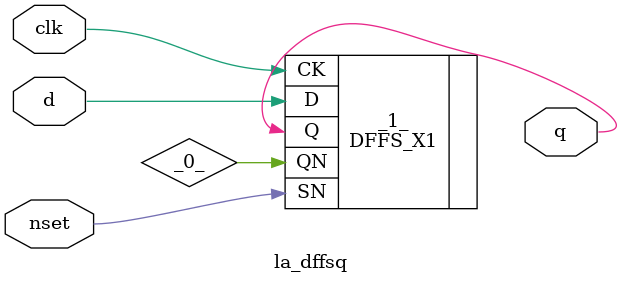
<source format=v>

/* Generated by Yosys 0.44 (git sha1 80ba43d26, g++ 11.4.0-1ubuntu1~22.04 -fPIC -O3) */

(* top =  1  *)
(* src = "generated" *)
module la_dffsq (
    d,
    clk,
    nset,
    q
);
  (* unused_bits = "0" *)
  wire _0_;
  (* src = "generated" *)
  input clk;
  wire clk;
  (* src = "generated" *)
  input d;
  wire d;
  (* src = "generated" *)
  input nset;
  wire nset;
  (* src = "generated" *)
  output q;
  wire q;
  (* src = "generated" *)
  DFFS_X1 _1_ (
      .CK(clk),
      .D (d),
      .Q (q),
      .QN(_0_),
      .SN(nset)
  );
endmodule

</source>
